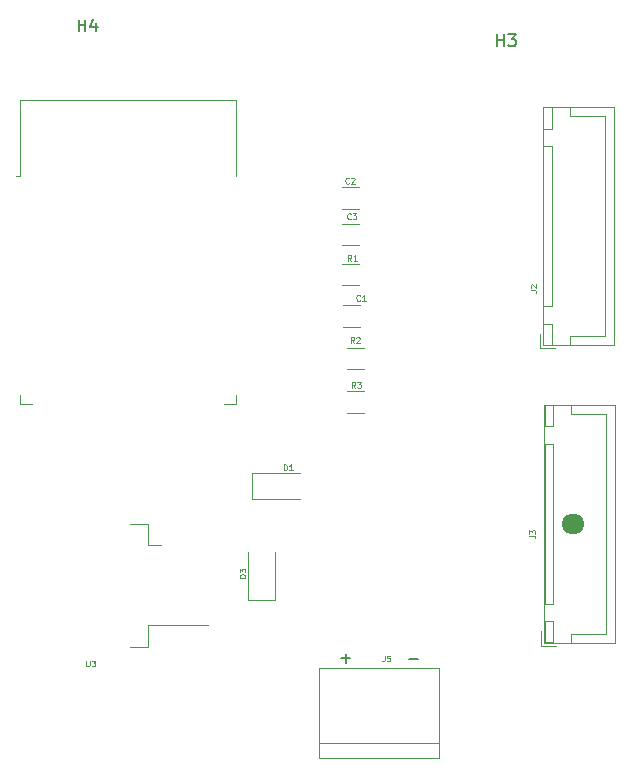
<source format=gbr>
%TF.GenerationSoftware,KiCad,Pcbnew,7.0.10*%
%TF.CreationDate,2024-05-28T16:22:07+05:30*%
%TF.ProjectId,pro1,70726f31-2e6b-4696-9361-645f70636258,rev?*%
%TF.SameCoordinates,Original*%
%TF.FileFunction,Legend,Top*%
%TF.FilePolarity,Positive*%
%FSLAX46Y46*%
G04 Gerber Fmt 4.6, Leading zero omitted, Abs format (unit mm)*
G04 Created by KiCad (PCBNEW 7.0.10) date 2024-05-28 16:22:07*
%MOMM*%
%LPD*%
G01*
G04 APERTURE LIST*
%ADD10C,0.150000*%
%ADD11C,0.125000*%
%ADD12C,0.120000*%
%ADD13C,0.100000*%
%ADD14O,1.950000X1.700000*%
G04 APERTURE END LIST*
D10*
X161136779Y-84688866D02*
X161898684Y-84688866D01*
X155436779Y-84588866D02*
X156198684Y-84588866D01*
X155817731Y-84969819D02*
X155817731Y-84207914D01*
D11*
X171374809Y-74246666D02*
X171731952Y-74246666D01*
X171731952Y-74246666D02*
X171803380Y-74270475D01*
X171803380Y-74270475D02*
X171851000Y-74318094D01*
X171851000Y-74318094D02*
X171874809Y-74389523D01*
X171874809Y-74389523D02*
X171874809Y-74437142D01*
X171374809Y-74056190D02*
X171374809Y-73746666D01*
X171374809Y-73746666D02*
X171565285Y-73913333D01*
X171565285Y-73913333D02*
X171565285Y-73841904D01*
X171565285Y-73841904D02*
X171589095Y-73794285D01*
X171589095Y-73794285D02*
X171612904Y-73770476D01*
X171612904Y-73770476D02*
X171660523Y-73746666D01*
X171660523Y-73746666D02*
X171779571Y-73746666D01*
X171779571Y-73746666D02*
X171827190Y-73770476D01*
X171827190Y-73770476D02*
X171851000Y-73794285D01*
X171851000Y-73794285D02*
X171874809Y-73841904D01*
X171874809Y-73841904D02*
X171874809Y-73984761D01*
X171874809Y-73984761D02*
X171851000Y-74032380D01*
X171851000Y-74032380D02*
X171827190Y-74056190D01*
X159103333Y-84354809D02*
X159103333Y-84711952D01*
X159103333Y-84711952D02*
X159079524Y-84783380D01*
X159079524Y-84783380D02*
X159031905Y-84831000D01*
X159031905Y-84831000D02*
X158960476Y-84854809D01*
X158960476Y-84854809D02*
X158912857Y-84854809D01*
X159579523Y-84354809D02*
X159341428Y-84354809D01*
X159341428Y-84354809D02*
X159317619Y-84592904D01*
X159317619Y-84592904D02*
X159341428Y-84569095D01*
X159341428Y-84569095D02*
X159389047Y-84545285D01*
X159389047Y-84545285D02*
X159508095Y-84545285D01*
X159508095Y-84545285D02*
X159555714Y-84569095D01*
X159555714Y-84569095D02*
X159579523Y-84592904D01*
X159579523Y-84592904D02*
X159603333Y-84640523D01*
X159603333Y-84640523D02*
X159603333Y-84759571D01*
X159603333Y-84759571D02*
X159579523Y-84807190D01*
X159579523Y-84807190D02*
X159555714Y-84831000D01*
X159555714Y-84831000D02*
X159508095Y-84854809D01*
X159508095Y-84854809D02*
X159389047Y-84854809D01*
X159389047Y-84854809D02*
X159341428Y-84831000D01*
X159341428Y-84831000D02*
X159317619Y-84807190D01*
D10*
X168638095Y-32754819D02*
X168638095Y-31754819D01*
X168638095Y-32231009D02*
X169209523Y-32231009D01*
X169209523Y-32754819D02*
X169209523Y-31754819D01*
X169590476Y-31754819D02*
X170209523Y-31754819D01*
X170209523Y-31754819D02*
X169876190Y-32135771D01*
X169876190Y-32135771D02*
X170019047Y-32135771D01*
X170019047Y-32135771D02*
X170114285Y-32183390D01*
X170114285Y-32183390D02*
X170161904Y-32231009D01*
X170161904Y-32231009D02*
X170209523Y-32326247D01*
X170209523Y-32326247D02*
X170209523Y-32564342D01*
X170209523Y-32564342D02*
X170161904Y-32659580D01*
X170161904Y-32659580D02*
X170114285Y-32707200D01*
X170114285Y-32707200D02*
X170019047Y-32754819D01*
X170019047Y-32754819D02*
X169733333Y-32754819D01*
X169733333Y-32754819D02*
X169638095Y-32707200D01*
X169638095Y-32707200D02*
X169590476Y-32659580D01*
D11*
X156296666Y-50924809D02*
X156130000Y-50686714D01*
X156010952Y-50924809D02*
X156010952Y-50424809D01*
X156010952Y-50424809D02*
X156201428Y-50424809D01*
X156201428Y-50424809D02*
X156249047Y-50448619D01*
X156249047Y-50448619D02*
X156272857Y-50472428D01*
X156272857Y-50472428D02*
X156296666Y-50520047D01*
X156296666Y-50520047D02*
X156296666Y-50591476D01*
X156296666Y-50591476D02*
X156272857Y-50639095D01*
X156272857Y-50639095D02*
X156249047Y-50662904D01*
X156249047Y-50662904D02*
X156201428Y-50686714D01*
X156201428Y-50686714D02*
X156010952Y-50686714D01*
X156772857Y-50924809D02*
X156487143Y-50924809D01*
X156630000Y-50924809D02*
X156630000Y-50424809D01*
X156630000Y-50424809D02*
X156582381Y-50496238D01*
X156582381Y-50496238D02*
X156534762Y-50543857D01*
X156534762Y-50543857D02*
X156487143Y-50567666D01*
X171464809Y-53426666D02*
X171821952Y-53426666D01*
X171821952Y-53426666D02*
X171893380Y-53450475D01*
X171893380Y-53450475D02*
X171941000Y-53498094D01*
X171941000Y-53498094D02*
X171964809Y-53569523D01*
X171964809Y-53569523D02*
X171964809Y-53617142D01*
X171512428Y-53212380D02*
X171488619Y-53188571D01*
X171488619Y-53188571D02*
X171464809Y-53140952D01*
X171464809Y-53140952D02*
X171464809Y-53021904D01*
X171464809Y-53021904D02*
X171488619Y-52974285D01*
X171488619Y-52974285D02*
X171512428Y-52950476D01*
X171512428Y-52950476D02*
X171560047Y-52926666D01*
X171560047Y-52926666D02*
X171607666Y-52926666D01*
X171607666Y-52926666D02*
X171679095Y-52950476D01*
X171679095Y-52950476D02*
X171964809Y-53236190D01*
X171964809Y-53236190D02*
X171964809Y-52926666D01*
D10*
X133198095Y-31504819D02*
X133198095Y-30504819D01*
X133198095Y-30981009D02*
X133769523Y-30981009D01*
X133769523Y-31504819D02*
X133769523Y-30504819D01*
X134674285Y-30838152D02*
X134674285Y-31504819D01*
X134436190Y-30457200D02*
X134198095Y-31171485D01*
X134198095Y-31171485D02*
X134817142Y-31171485D01*
D11*
X147324809Y-77769047D02*
X146824809Y-77769047D01*
X146824809Y-77769047D02*
X146824809Y-77649999D01*
X146824809Y-77649999D02*
X146848619Y-77578571D01*
X146848619Y-77578571D02*
X146896238Y-77530952D01*
X146896238Y-77530952D02*
X146943857Y-77507142D01*
X146943857Y-77507142D02*
X147039095Y-77483333D01*
X147039095Y-77483333D02*
X147110523Y-77483333D01*
X147110523Y-77483333D02*
X147205761Y-77507142D01*
X147205761Y-77507142D02*
X147253380Y-77530952D01*
X147253380Y-77530952D02*
X147301000Y-77578571D01*
X147301000Y-77578571D02*
X147324809Y-77649999D01*
X147324809Y-77649999D02*
X147324809Y-77769047D01*
X146824809Y-77316666D02*
X146824809Y-77007142D01*
X146824809Y-77007142D02*
X147015285Y-77173809D01*
X147015285Y-77173809D02*
X147015285Y-77102380D01*
X147015285Y-77102380D02*
X147039095Y-77054761D01*
X147039095Y-77054761D02*
X147062904Y-77030952D01*
X147062904Y-77030952D02*
X147110523Y-77007142D01*
X147110523Y-77007142D02*
X147229571Y-77007142D01*
X147229571Y-77007142D02*
X147277190Y-77030952D01*
X147277190Y-77030952D02*
X147301000Y-77054761D01*
X147301000Y-77054761D02*
X147324809Y-77102380D01*
X147324809Y-77102380D02*
X147324809Y-77245237D01*
X147324809Y-77245237D02*
X147301000Y-77292856D01*
X147301000Y-77292856D02*
X147277190Y-77316666D01*
D12*
X156236666Y-47357450D02*
X156212857Y-47381260D01*
X156212857Y-47381260D02*
X156141428Y-47405069D01*
X156141428Y-47405069D02*
X156093809Y-47405069D01*
X156093809Y-47405069D02*
X156022381Y-47381260D01*
X156022381Y-47381260D02*
X155974762Y-47333640D01*
X155974762Y-47333640D02*
X155950952Y-47286021D01*
X155950952Y-47286021D02*
X155927143Y-47190783D01*
X155927143Y-47190783D02*
X155927143Y-47119355D01*
X155927143Y-47119355D02*
X155950952Y-47024117D01*
X155950952Y-47024117D02*
X155974762Y-46976498D01*
X155974762Y-46976498D02*
X156022381Y-46928879D01*
X156022381Y-46928879D02*
X156093809Y-46905069D01*
X156093809Y-46905069D02*
X156141428Y-46905069D01*
X156141428Y-46905069D02*
X156212857Y-46928879D01*
X156212857Y-46928879D02*
X156236666Y-46952688D01*
X156403333Y-46905069D02*
X156712857Y-46905069D01*
X156712857Y-46905069D02*
X156546190Y-47095545D01*
X156546190Y-47095545D02*
X156617619Y-47095545D01*
X156617619Y-47095545D02*
X156665238Y-47119355D01*
X156665238Y-47119355D02*
X156689047Y-47143164D01*
X156689047Y-47143164D02*
X156712857Y-47190783D01*
X156712857Y-47190783D02*
X156712857Y-47309831D01*
X156712857Y-47309831D02*
X156689047Y-47357450D01*
X156689047Y-47357450D02*
X156665238Y-47381260D01*
X156665238Y-47381260D02*
X156617619Y-47405069D01*
X156617619Y-47405069D02*
X156474762Y-47405069D01*
X156474762Y-47405069D02*
X156427143Y-47381260D01*
X156427143Y-47381260D02*
X156403333Y-47357450D01*
D11*
X157026666Y-54277190D02*
X157002857Y-54301000D01*
X157002857Y-54301000D02*
X156931428Y-54324809D01*
X156931428Y-54324809D02*
X156883809Y-54324809D01*
X156883809Y-54324809D02*
X156812381Y-54301000D01*
X156812381Y-54301000D02*
X156764762Y-54253380D01*
X156764762Y-54253380D02*
X156740952Y-54205761D01*
X156740952Y-54205761D02*
X156717143Y-54110523D01*
X156717143Y-54110523D02*
X156717143Y-54039095D01*
X156717143Y-54039095D02*
X156740952Y-53943857D01*
X156740952Y-53943857D02*
X156764762Y-53896238D01*
X156764762Y-53896238D02*
X156812381Y-53848619D01*
X156812381Y-53848619D02*
X156883809Y-53824809D01*
X156883809Y-53824809D02*
X156931428Y-53824809D01*
X156931428Y-53824809D02*
X157002857Y-53848619D01*
X157002857Y-53848619D02*
X157026666Y-53872428D01*
X157502857Y-54324809D02*
X157217143Y-54324809D01*
X157360000Y-54324809D02*
X157360000Y-53824809D01*
X157360000Y-53824809D02*
X157312381Y-53896238D01*
X157312381Y-53896238D02*
X157264762Y-53943857D01*
X157264762Y-53943857D02*
X157217143Y-53967666D01*
X150550952Y-68674809D02*
X150550952Y-68174809D01*
X150550952Y-68174809D02*
X150670000Y-68174809D01*
X150670000Y-68174809D02*
X150741428Y-68198619D01*
X150741428Y-68198619D02*
X150789047Y-68246238D01*
X150789047Y-68246238D02*
X150812857Y-68293857D01*
X150812857Y-68293857D02*
X150836666Y-68389095D01*
X150836666Y-68389095D02*
X150836666Y-68460523D01*
X150836666Y-68460523D02*
X150812857Y-68555761D01*
X150812857Y-68555761D02*
X150789047Y-68603380D01*
X150789047Y-68603380D02*
X150741428Y-68651000D01*
X150741428Y-68651000D02*
X150670000Y-68674809D01*
X150670000Y-68674809D02*
X150550952Y-68674809D01*
X151312857Y-68674809D02*
X151027143Y-68674809D01*
X151170000Y-68674809D02*
X151170000Y-68174809D01*
X151170000Y-68174809D02*
X151122381Y-68246238D01*
X151122381Y-68246238D02*
X151074762Y-68293857D01*
X151074762Y-68293857D02*
X151027143Y-68317666D01*
X156626666Y-61684809D02*
X156460000Y-61446714D01*
X156340952Y-61684809D02*
X156340952Y-61184809D01*
X156340952Y-61184809D02*
X156531428Y-61184809D01*
X156531428Y-61184809D02*
X156579047Y-61208619D01*
X156579047Y-61208619D02*
X156602857Y-61232428D01*
X156602857Y-61232428D02*
X156626666Y-61280047D01*
X156626666Y-61280047D02*
X156626666Y-61351476D01*
X156626666Y-61351476D02*
X156602857Y-61399095D01*
X156602857Y-61399095D02*
X156579047Y-61422904D01*
X156579047Y-61422904D02*
X156531428Y-61446714D01*
X156531428Y-61446714D02*
X156340952Y-61446714D01*
X156793333Y-61184809D02*
X157102857Y-61184809D01*
X157102857Y-61184809D02*
X156936190Y-61375285D01*
X156936190Y-61375285D02*
X157007619Y-61375285D01*
X157007619Y-61375285D02*
X157055238Y-61399095D01*
X157055238Y-61399095D02*
X157079047Y-61422904D01*
X157079047Y-61422904D02*
X157102857Y-61470523D01*
X157102857Y-61470523D02*
X157102857Y-61589571D01*
X157102857Y-61589571D02*
X157079047Y-61637190D01*
X157079047Y-61637190D02*
X157055238Y-61661000D01*
X157055238Y-61661000D02*
X157007619Y-61684809D01*
X157007619Y-61684809D02*
X156864762Y-61684809D01*
X156864762Y-61684809D02*
X156817143Y-61661000D01*
X156817143Y-61661000D02*
X156793333Y-61637190D01*
D13*
X156086666Y-44358490D02*
X156062857Y-44382300D01*
X156062857Y-44382300D02*
X155991428Y-44406109D01*
X155991428Y-44406109D02*
X155943809Y-44406109D01*
X155943809Y-44406109D02*
X155872381Y-44382300D01*
X155872381Y-44382300D02*
X155824762Y-44334680D01*
X155824762Y-44334680D02*
X155800952Y-44287061D01*
X155800952Y-44287061D02*
X155777143Y-44191823D01*
X155777143Y-44191823D02*
X155777143Y-44120395D01*
X155777143Y-44120395D02*
X155800952Y-44025157D01*
X155800952Y-44025157D02*
X155824762Y-43977538D01*
X155824762Y-43977538D02*
X155872381Y-43929919D01*
X155872381Y-43929919D02*
X155943809Y-43906109D01*
X155943809Y-43906109D02*
X155991428Y-43906109D01*
X155991428Y-43906109D02*
X156062857Y-43929919D01*
X156062857Y-43929919D02*
X156086666Y-43953728D01*
X156277143Y-43953728D02*
X156300952Y-43929919D01*
X156300952Y-43929919D02*
X156348571Y-43906109D01*
X156348571Y-43906109D02*
X156467619Y-43906109D01*
X156467619Y-43906109D02*
X156515238Y-43929919D01*
X156515238Y-43929919D02*
X156539047Y-43953728D01*
X156539047Y-43953728D02*
X156562857Y-44001347D01*
X156562857Y-44001347D02*
X156562857Y-44048966D01*
X156562857Y-44048966D02*
X156539047Y-44120395D01*
X156539047Y-44120395D02*
X156253333Y-44406109D01*
X156253333Y-44406109D02*
X156562857Y-44406109D01*
D11*
X156526666Y-57894809D02*
X156360000Y-57656714D01*
X156240952Y-57894809D02*
X156240952Y-57394809D01*
X156240952Y-57394809D02*
X156431428Y-57394809D01*
X156431428Y-57394809D02*
X156479047Y-57418619D01*
X156479047Y-57418619D02*
X156502857Y-57442428D01*
X156502857Y-57442428D02*
X156526666Y-57490047D01*
X156526666Y-57490047D02*
X156526666Y-57561476D01*
X156526666Y-57561476D02*
X156502857Y-57609095D01*
X156502857Y-57609095D02*
X156479047Y-57632904D01*
X156479047Y-57632904D02*
X156431428Y-57656714D01*
X156431428Y-57656714D02*
X156240952Y-57656714D01*
X156717143Y-57442428D02*
X156740952Y-57418619D01*
X156740952Y-57418619D02*
X156788571Y-57394809D01*
X156788571Y-57394809D02*
X156907619Y-57394809D01*
X156907619Y-57394809D02*
X156955238Y-57418619D01*
X156955238Y-57418619D02*
X156979047Y-57442428D01*
X156979047Y-57442428D02*
X157002857Y-57490047D01*
X157002857Y-57490047D02*
X157002857Y-57537666D01*
X157002857Y-57537666D02*
X156979047Y-57609095D01*
X156979047Y-57609095D02*
X156693333Y-57894809D01*
X156693333Y-57894809D02*
X157002857Y-57894809D01*
X133844047Y-84774809D02*
X133844047Y-85179571D01*
X133844047Y-85179571D02*
X133867857Y-85227190D01*
X133867857Y-85227190D02*
X133891666Y-85251000D01*
X133891666Y-85251000D02*
X133939285Y-85274809D01*
X133939285Y-85274809D02*
X134034523Y-85274809D01*
X134034523Y-85274809D02*
X134082142Y-85251000D01*
X134082142Y-85251000D02*
X134105952Y-85227190D01*
X134105952Y-85227190D02*
X134129761Y-85179571D01*
X134129761Y-85179571D02*
X134129761Y-84774809D01*
X134320238Y-84774809D02*
X134629762Y-84774809D01*
X134629762Y-84774809D02*
X134463095Y-84965285D01*
X134463095Y-84965285D02*
X134534524Y-84965285D01*
X134534524Y-84965285D02*
X134582143Y-84989095D01*
X134582143Y-84989095D02*
X134605952Y-85012904D01*
X134605952Y-85012904D02*
X134629762Y-85060523D01*
X134629762Y-85060523D02*
X134629762Y-85179571D01*
X134629762Y-85179571D02*
X134605952Y-85227190D01*
X134605952Y-85227190D02*
X134582143Y-85251000D01*
X134582143Y-85251000D02*
X134534524Y-85274809D01*
X134534524Y-85274809D02*
X134391667Y-85274809D01*
X134391667Y-85274809D02*
X134344048Y-85251000D01*
X134344048Y-85251000D02*
X134320238Y-85227190D01*
D12*
%TO.C,J3*%
X172350000Y-83550000D02*
X173600000Y-83550000D01*
X172640000Y-83260000D02*
X178610000Y-83260000D01*
X178610000Y-83260000D02*
X178610000Y-63140000D01*
X172650000Y-83250000D02*
X173400000Y-83250000D01*
X173400000Y-83250000D02*
X173400000Y-81450000D01*
X174900000Y-83250000D02*
X174900000Y-82500000D01*
X174900000Y-82500000D02*
X177850000Y-82500000D01*
X177850000Y-82500000D02*
X177850000Y-73200000D01*
X172350000Y-82300000D02*
X172350000Y-83550000D01*
X172650000Y-81450000D02*
X172650000Y-83250000D01*
X173400000Y-81450000D02*
X172650000Y-81450000D01*
X172650000Y-79950000D02*
X173400000Y-79950000D01*
X173400000Y-79950000D02*
X173400000Y-66450000D01*
X172650000Y-66450000D02*
X172650000Y-79950000D01*
X173400000Y-66450000D02*
X172650000Y-66450000D01*
X172650000Y-64950000D02*
X173400000Y-64950000D01*
X173400000Y-64950000D02*
X173400000Y-63150000D01*
X174900000Y-63900000D02*
X177850000Y-63900000D01*
X177850000Y-63900000D02*
X177850000Y-73200000D01*
X172650000Y-63150000D02*
X172650000Y-64950000D01*
X173400000Y-63150000D02*
X172650000Y-63150000D01*
X174900000Y-63150000D02*
X174900000Y-63900000D01*
X172640000Y-63140000D02*
X172640000Y-83260000D01*
X178610000Y-63140000D02*
X172640000Y-63140000D01*
%TO.C,J5*%
X153520000Y-85390000D02*
X153520000Y-93010000D01*
X153520000Y-93010000D02*
X163680000Y-93010000D01*
X163680000Y-85390000D02*
X153520000Y-85390000D01*
X163680000Y-91740000D02*
X153520000Y-91740000D01*
X163680000Y-93010000D02*
X163680000Y-85390000D01*
%TO.C,R1*%
X155522936Y-51190000D02*
X156977064Y-51190000D01*
X155522936Y-53010000D02*
X156977064Y-53010000D01*
%TO.C,J2*%
X178510000Y-37940000D02*
X172540000Y-37940000D01*
X172540000Y-37940000D02*
X172540000Y-58060000D01*
X174800000Y-37950000D02*
X174800000Y-38700000D01*
X173300000Y-37950000D02*
X172550000Y-37950000D01*
X172550000Y-37950000D02*
X172550000Y-39750000D01*
X177750000Y-38700000D02*
X177750000Y-48000000D01*
X174800000Y-38700000D02*
X177750000Y-38700000D01*
X173300000Y-39750000D02*
X173300000Y-37950000D01*
X172550000Y-39750000D02*
X173300000Y-39750000D01*
X173300000Y-41250000D02*
X172550000Y-41250000D01*
X172550000Y-41250000D02*
X172550000Y-54750000D01*
X173300000Y-54750000D02*
X173300000Y-41250000D01*
X172550000Y-54750000D02*
X173300000Y-54750000D01*
X173300000Y-56250000D02*
X172550000Y-56250000D01*
X172550000Y-56250000D02*
X172550000Y-58050000D01*
X172250000Y-57100000D02*
X172250000Y-58350000D01*
X177750000Y-57300000D02*
X177750000Y-48000000D01*
X174800000Y-57300000D02*
X177750000Y-57300000D01*
X174800000Y-58050000D02*
X174800000Y-57300000D01*
X173300000Y-58050000D02*
X173300000Y-56250000D01*
X172550000Y-58050000D02*
X173300000Y-58050000D01*
X178510000Y-58060000D02*
X178510000Y-37940000D01*
X172540000Y-58060000D02*
X178510000Y-58060000D01*
X172250000Y-58350000D02*
X173500000Y-58350000D01*
%TO.C,D3*%
X147565000Y-79672500D02*
X149835000Y-79672500D01*
X149835000Y-79672500D02*
X149835000Y-75612500D01*
X147565000Y-75612500D02*
X147565000Y-79672500D01*
%TO.C,C3*%
X155526248Y-49610000D02*
X156948752Y-49610000D01*
X155526248Y-47790000D02*
X156948752Y-47790000D01*
%TO.C,C1*%
X155626248Y-54690000D02*
X157048752Y-54690000D01*
X155626248Y-56510000D02*
X157048752Y-56510000D01*
%TO.C,D1*%
X147852500Y-68865000D02*
X147852500Y-71135000D01*
X147852500Y-71135000D02*
X151912500Y-71135000D01*
X151912500Y-68865000D02*
X147852500Y-68865000D01*
%TO.C,R3*%
X155922936Y-61990000D02*
X157377064Y-61990000D01*
X155922936Y-63810000D02*
X157377064Y-63810000D01*
%TO.C,C2*%
X155526248Y-46510000D02*
X156948752Y-46510000D01*
X155526248Y-44690000D02*
X156948752Y-44690000D01*
%TO.C,U1*%
X128256200Y-37297200D02*
X128256200Y-43712200D01*
X128256200Y-37297200D02*
X146496200Y-37297200D01*
X128256200Y-43712200D02*
X127876200Y-43712200D01*
X128256200Y-62257200D02*
X128256200Y-63037200D01*
X128256200Y-63037200D02*
X129256200Y-63037200D01*
X146496200Y-37297200D02*
X146496200Y-43712200D01*
X146496200Y-62257200D02*
X146496200Y-63037200D01*
X146496200Y-63037200D02*
X145496200Y-63037200D01*
%TO.C,R2*%
X157377064Y-60110000D02*
X155922936Y-60110000D01*
X157377064Y-58290000D02*
X155922936Y-58290000D01*
%TO.C,U3*%
X139050000Y-83600000D02*
X139050000Y-81790000D01*
X139050000Y-81790000D02*
X144175000Y-81790000D01*
X139050000Y-75010000D02*
X140150000Y-75010000D01*
X139050000Y-73200000D02*
X139050000Y-75010000D01*
X137550000Y-83600000D02*
X139050000Y-83600000D01*
X137550000Y-73200000D02*
X139050000Y-73200000D01*
%TD*%
D14*
%TO.C,J3*%
X175100000Y-73200000D03*
%TD*%
M02*

</source>
